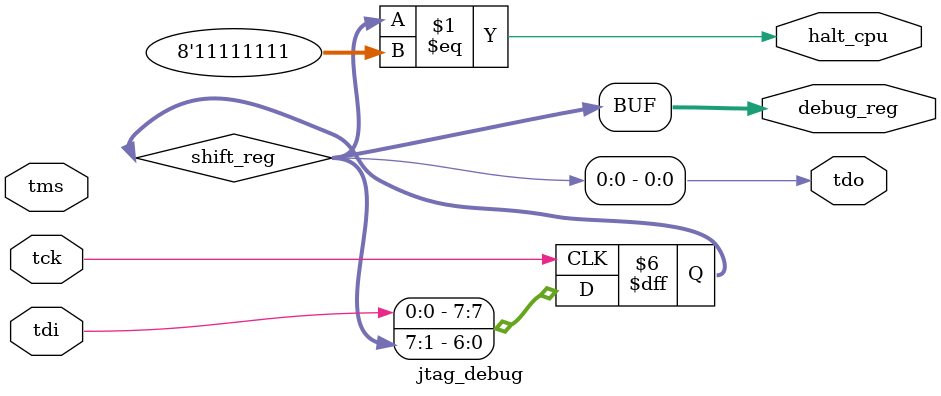
<source format=v>
module jtag_debug
(
    // JTAG interface
    input  wire tck,
    input  wire tms,
    input  wire tdi,
    output wire tdo,

    // SoC signals
    output wire halt_cpu,
    output wire [7:0] debug_reg
);

    // Simple shift register approach
    reg [7:0] shift_reg;
    reg [3:0] tap_state;

    assign tdo = shift_reg[0];
    assign debug_reg = shift_reg;
    assign halt_cpu = (shift_reg == 8'hFF); // If we shift in FF, halt CPU

    // State machine placeholders
    always @(posedge tck) begin
        // example TAP (Test Access Port) logic
        if (tms) begin
            tap_state <= tap_state + 1;
        end

        shift_reg <= {tdi, shift_reg[7:1]};
    end

endmodule

</source>
